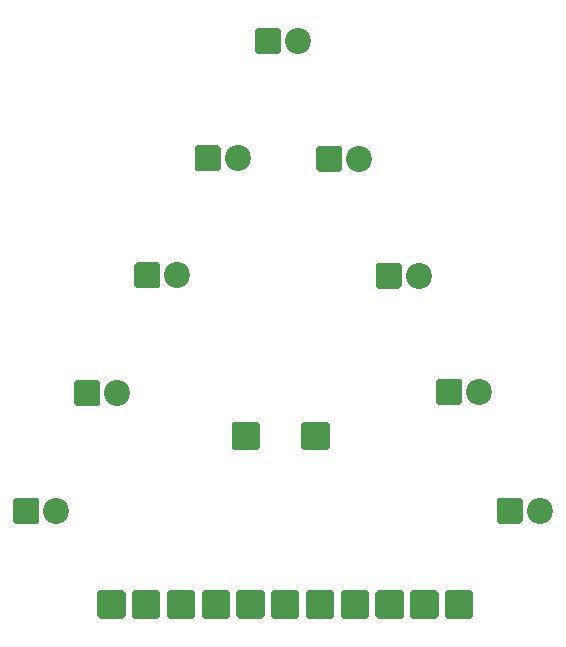
<source format=gbr>
%TF.GenerationSoftware,KiCad,Pcbnew,(5.1.9)-1*%
%TF.CreationDate,2022-06-22T15:09:01+02:00*%
%TF.ProjectId,Wbaum,57626175-6d2e-46b6-9963-61645f706362,rev?*%
%TF.SameCoordinates,Original*%
%TF.FileFunction,Soldermask,Top*%
%TF.FilePolarity,Negative*%
%FSLAX46Y46*%
G04 Gerber Fmt 4.6, Leading zero omitted, Abs format (unit mm)*
G04 Created by KiCad (PCBNEW (5.1.9)-1) date 2022-06-22 15:09:01*
%MOMM*%
%LPD*%
G01*
G04 APERTURE LIST*
%ADD10C,2.200000*%
G04 APERTURE END LIST*
%TO.C,GND*%
G36*
G01*
X130420000Y-116959000D02*
X130420000Y-114959000D01*
G75*
G02*
X130620000Y-114759000I200000J0D01*
G01*
X132620000Y-114759000D01*
G75*
G02*
X132820000Y-114959000I0J-200000D01*
G01*
X132820000Y-116959000D01*
G75*
G02*
X132620000Y-117159000I-200000J0D01*
G01*
X130620000Y-117159000D01*
G75*
G02*
X130420000Y-116959000I0J200000D01*
G01*
G37*
%TD*%
%TO.C,D1*%
G36*
G01*
X123330000Y-108950000D02*
X123330000Y-107150000D01*
G75*
G02*
X123530000Y-106950000I200000J0D01*
G01*
X125330000Y-106950000D01*
G75*
G02*
X125530000Y-107150000I0J-200000D01*
G01*
X125530000Y-108950000D01*
G75*
G02*
X125330000Y-109150000I-200000J0D01*
G01*
X123530000Y-109150000D01*
G75*
G02*
X123330000Y-108950000I0J200000D01*
G01*
G37*
D10*
X126970000Y-108050000D03*
%TD*%
%TO.C,D2*%
X132110000Y-98090000D03*
G36*
G01*
X128470000Y-98990000D02*
X128470000Y-97190000D01*
G75*
G02*
X128670000Y-96990000I200000J0D01*
G01*
X130470000Y-96990000D01*
G75*
G02*
X130670000Y-97190000I0J-200000D01*
G01*
X130670000Y-98990000D01*
G75*
G02*
X130470000Y-99190000I-200000J0D01*
G01*
X128670000Y-99190000D01*
G75*
G02*
X128470000Y-98990000I0J200000D01*
G01*
G37*
%TD*%
%TO.C,D3*%
G36*
G01*
X133550000Y-89010000D02*
X133550000Y-87210000D01*
G75*
G02*
X133750000Y-87010000I200000J0D01*
G01*
X135550000Y-87010000D01*
G75*
G02*
X135750000Y-87210000I0J-200000D01*
G01*
X135750000Y-89010000D01*
G75*
G02*
X135550000Y-89210000I-200000J0D01*
G01*
X133750000Y-89210000D01*
G75*
G02*
X133550000Y-89010000I0J200000D01*
G01*
G37*
X137190000Y-88110000D03*
%TD*%
%TO.C,D4*%
X142310000Y-78200000D03*
G36*
G01*
X138670000Y-79100000D02*
X138670000Y-77300000D01*
G75*
G02*
X138870000Y-77100000I200000J0D01*
G01*
X140670000Y-77100000D01*
G75*
G02*
X140870000Y-77300000I0J-200000D01*
G01*
X140870000Y-79100000D01*
G75*
G02*
X140670000Y-79300000I-200000J0D01*
G01*
X138870000Y-79300000D01*
G75*
G02*
X138670000Y-79100000I0J200000D01*
G01*
G37*
%TD*%
%TO.C,D5*%
G36*
G01*
X143770000Y-69140000D02*
X143770000Y-67340000D01*
G75*
G02*
X143970000Y-67140000I200000J0D01*
G01*
X145770000Y-67140000D01*
G75*
G02*
X145970000Y-67340000I0J-200000D01*
G01*
X145970000Y-69140000D01*
G75*
G02*
X145770000Y-69340000I-200000J0D01*
G01*
X143970000Y-69340000D01*
G75*
G02*
X143770000Y-69140000I0J200000D01*
G01*
G37*
X147410000Y-68240000D03*
%TD*%
%TO.C,D6*%
X152620000Y-78210000D03*
G36*
G01*
X148980000Y-79110000D02*
X148980000Y-77310000D01*
G75*
G02*
X149180000Y-77110000I200000J0D01*
G01*
X150980000Y-77110000D01*
G75*
G02*
X151180000Y-77310000I0J-200000D01*
G01*
X151180000Y-79110000D01*
G75*
G02*
X150980000Y-79310000I-200000J0D01*
G01*
X149180000Y-79310000D01*
G75*
G02*
X148980000Y-79110000I0J200000D01*
G01*
G37*
%TD*%
%TO.C,D7*%
G36*
G01*
X154000000Y-89020000D02*
X154000000Y-87220000D01*
G75*
G02*
X154200000Y-87020000I200000J0D01*
G01*
X156000000Y-87020000D01*
G75*
G02*
X156200000Y-87220000I0J-200000D01*
G01*
X156200000Y-89020000D01*
G75*
G02*
X156000000Y-89220000I-200000J0D01*
G01*
X154200000Y-89220000D01*
G75*
G02*
X154000000Y-89020000I0J200000D01*
G01*
G37*
X157640000Y-88120000D03*
%TD*%
%TO.C,D8*%
X162780000Y-97970000D03*
G36*
G01*
X159140000Y-98870000D02*
X159140000Y-97070000D01*
G75*
G02*
X159340000Y-96870000I200000J0D01*
G01*
X161140000Y-96870000D01*
G75*
G02*
X161340000Y-97070000I0J-200000D01*
G01*
X161340000Y-98870000D01*
G75*
G02*
X161140000Y-99070000I-200000J0D01*
G01*
X159340000Y-99070000D01*
G75*
G02*
X159140000Y-98870000I0J200000D01*
G01*
G37*
%TD*%
%TO.C,D9*%
G36*
G01*
X164240000Y-108910000D02*
X164240000Y-107110000D01*
G75*
G02*
X164440000Y-106910000I200000J0D01*
G01*
X166240000Y-106910000D01*
G75*
G02*
X166440000Y-107110000I0J-200000D01*
G01*
X166440000Y-108910000D01*
G75*
G02*
X166240000Y-109110000I-200000J0D01*
G01*
X164440000Y-109110000D01*
G75*
G02*
X164240000Y-108910000I0J200000D01*
G01*
G37*
X167880000Y-108010000D03*
%TD*%
%TO.C,Bu-*%
G36*
G01*
X147700000Y-102720000D02*
X147700000Y-100720000D01*
G75*
G02*
X147900000Y-100520000I200000J0D01*
G01*
X149900000Y-100520000D01*
G75*
G02*
X150100000Y-100720000I0J-200000D01*
G01*
X150100000Y-102720000D01*
G75*
G02*
X149900000Y-102920000I-200000J0D01*
G01*
X147900000Y-102920000D01*
G75*
G02*
X147700000Y-102720000I0J200000D01*
G01*
G37*
%TD*%
%TO.C,U2*%
G36*
G01*
X133364454Y-116959000D02*
X133364454Y-114959000D01*
G75*
G02*
X133564454Y-114759000I200000J0D01*
G01*
X135564454Y-114759000D01*
G75*
G02*
X135764454Y-114959000I0J-200000D01*
G01*
X135764454Y-116959000D01*
G75*
G02*
X135564454Y-117159000I-200000J0D01*
G01*
X133564454Y-117159000D01*
G75*
G02*
X133364454Y-116959000I0J200000D01*
G01*
G37*
%TD*%
%TO.C,U3*%
G36*
G01*
X136308908Y-116959000D02*
X136308908Y-114959000D01*
G75*
G02*
X136508908Y-114759000I200000J0D01*
G01*
X138508908Y-114759000D01*
G75*
G02*
X138708908Y-114959000I0J-200000D01*
G01*
X138708908Y-116959000D01*
G75*
G02*
X138508908Y-117159000I-200000J0D01*
G01*
X136508908Y-117159000D01*
G75*
G02*
X136308908Y-116959000I0J200000D01*
G01*
G37*
%TD*%
%TO.C,U4*%
G36*
G01*
X139253362Y-116959000D02*
X139253362Y-114959000D01*
G75*
G02*
X139453362Y-114759000I200000J0D01*
G01*
X141453362Y-114759000D01*
G75*
G02*
X141653362Y-114959000I0J-200000D01*
G01*
X141653362Y-116959000D01*
G75*
G02*
X141453362Y-117159000I-200000J0D01*
G01*
X139453362Y-117159000D01*
G75*
G02*
X139253362Y-116959000I0J200000D01*
G01*
G37*
%TD*%
%TO.C,U5*%
G36*
G01*
X142197816Y-116959000D02*
X142197816Y-114959000D01*
G75*
G02*
X142397816Y-114759000I200000J0D01*
G01*
X144397816Y-114759000D01*
G75*
G02*
X144597816Y-114959000I0J-200000D01*
G01*
X144597816Y-116959000D01*
G75*
G02*
X144397816Y-117159000I-200000J0D01*
G01*
X142397816Y-117159000D01*
G75*
G02*
X142197816Y-116959000I0J200000D01*
G01*
G37*
%TD*%
%TO.C,U6*%
G36*
G01*
X145142270Y-116959000D02*
X145142270Y-114959000D01*
G75*
G02*
X145342270Y-114759000I200000J0D01*
G01*
X147342270Y-114759000D01*
G75*
G02*
X147542270Y-114959000I0J-200000D01*
G01*
X147542270Y-116959000D01*
G75*
G02*
X147342270Y-117159000I-200000J0D01*
G01*
X145342270Y-117159000D01*
G75*
G02*
X145142270Y-116959000I0J200000D01*
G01*
G37*
%TD*%
%TO.C,U7*%
G36*
G01*
X148086724Y-116959000D02*
X148086724Y-114959000D01*
G75*
G02*
X148286724Y-114759000I200000J0D01*
G01*
X150286724Y-114759000D01*
G75*
G02*
X150486724Y-114959000I0J-200000D01*
G01*
X150486724Y-116959000D01*
G75*
G02*
X150286724Y-117159000I-200000J0D01*
G01*
X148286724Y-117159000D01*
G75*
G02*
X148086724Y-116959000I0J200000D01*
G01*
G37*
%TD*%
%TO.C,U8*%
G36*
G01*
X151031178Y-116959000D02*
X151031178Y-114959000D01*
G75*
G02*
X151231178Y-114759000I200000J0D01*
G01*
X153231178Y-114759000D01*
G75*
G02*
X153431178Y-114959000I0J-200000D01*
G01*
X153431178Y-116959000D01*
G75*
G02*
X153231178Y-117159000I-200000J0D01*
G01*
X151231178Y-117159000D01*
G75*
G02*
X151031178Y-116959000I0J200000D01*
G01*
G37*
%TD*%
%TO.C,U9*%
G36*
G01*
X153975632Y-116959000D02*
X153975632Y-114959000D01*
G75*
G02*
X154175632Y-114759000I200000J0D01*
G01*
X156175632Y-114759000D01*
G75*
G02*
X156375632Y-114959000I0J-200000D01*
G01*
X156375632Y-116959000D01*
G75*
G02*
X156175632Y-117159000I-200000J0D01*
G01*
X154175632Y-117159000D01*
G75*
G02*
X153975632Y-116959000I0J200000D01*
G01*
G37*
%TD*%
%TO.C,U10*%
G36*
G01*
X156920086Y-116959000D02*
X156920086Y-114959000D01*
G75*
G02*
X157120086Y-114759000I200000J0D01*
G01*
X159120086Y-114759000D01*
G75*
G02*
X159320086Y-114959000I0J-200000D01*
G01*
X159320086Y-116959000D01*
G75*
G02*
X159120086Y-117159000I-200000J0D01*
G01*
X157120086Y-117159000D01*
G75*
G02*
X156920086Y-116959000I0J200000D01*
G01*
G37*
%TD*%
%TO.C,Bu*%
G36*
G01*
X159864540Y-116959000D02*
X159864540Y-114959000D01*
G75*
G02*
X160064540Y-114759000I200000J0D01*
G01*
X162064540Y-114759000D01*
G75*
G02*
X162264540Y-114959000I0J-200000D01*
G01*
X162264540Y-116959000D01*
G75*
G02*
X162064540Y-117159000I-200000J0D01*
G01*
X160064540Y-117159000D01*
G75*
G02*
X159864540Y-116959000I0J200000D01*
G01*
G37*
%TD*%
%TO.C,Bu+*%
G36*
G01*
X141790000Y-102720000D02*
X141790000Y-100720000D01*
G75*
G02*
X141990000Y-100520000I200000J0D01*
G01*
X143990000Y-100520000D01*
G75*
G02*
X144190000Y-100720000I0J-200000D01*
G01*
X144190000Y-102720000D01*
G75*
G02*
X143990000Y-102920000I-200000J0D01*
G01*
X141990000Y-102920000D01*
G75*
G02*
X141790000Y-102720000I0J200000D01*
G01*
G37*
%TD*%
M02*

</source>
